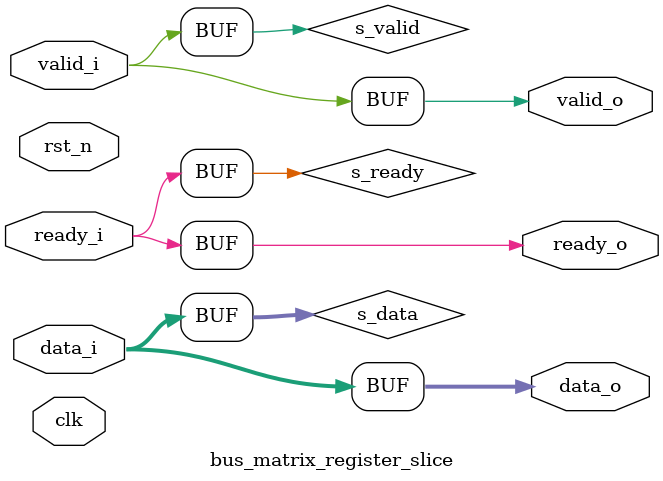
<source format=sv>
module bus_matrix_register_slice #(
    parameter int WIDTH = 32,
    parameter bit FORWARD_REGISTER = 0,  // Register valid/data path
    parameter bit BACKWARD_REGISTER = 0  // Register ready path (skid buffer)
)(
    input  logic             clk,
    input  logic             rst_n,
    
    // Upstream (Source)
    input  logic [WIDTH-1:0] data_i,
    input  logic             valid_i,
    output logic             ready_o,
    
    // Downstream (Sink)
    output logic [WIDTH-1:0] data_o,
    output logic             valid_o,
    input  logic             ready_i
);

    // Default Passthrough
    logic [WIDTH-1:0] s_data;
    logic             s_valid;
    logic             s_ready;
    
    // ---------------------------------------------------------
    // 1. Forward Register Logic (Break Timing on Valid/Data)
    // ---------------------------------------------------------
    // Logic: If sink not ready, hold data. If source valid, capture.
    
    generate
        if (FORWARD_REGISTER) begin : GEN_FWD
            logic [WIDTH-1:0] fwd_data_reg;
            logic             fwd_valid_reg;
            
            always_ff @(posedge clk or negedge rst_n) begin
                if (!rst_n) begin
                    fwd_valid_reg <= 1'b0;
                    fwd_data_reg  <= '0;
                end else begin
                    if (ready_o) begin
                        fwd_valid_reg <= valid_i;
                        fwd_data_reg  <= data_i;
                    end
                end
            end
            
            // Ready to accept if downstream is ready or we have space (bubble)
            // If valid_reg is 0, we are ready. If downstream ready, we are ready.
            // Wait, standard full handshake register:
            assign ready_o = (!fwd_valid_reg) || s_ready;
            
            assign s_valid = fwd_valid_reg;
            assign s_data  = fwd_data_reg;
        end else begin : GEN_NO_FWD
            assign s_valid = valid_i;
            assign s_data  = data_i;
            assign ready_o = s_ready;
        end
    endgenerate

    // ---------------------------------------------------------
    // 2. Backward Register Logic (Break Timing on Ready) - Skid Buffer
    // ---------------------------------------------------------
    // Logic: Insert buffer to allow 'ready_o' to be registered output.
    // If we use forward register only, ready_o is combinatorial from ready_i.
    // If backward register, we need a buffer to absorb data when valid_i=1 but ready_i=0
    
    generate 
        if (BACKWARD_REGISTER) begin : GEN_BWD
            // Simple Skid Buffer Implementation
            logic [WIDTH-1:0] buf_data;
            logic             buf_valid;
            
            always_ff @(posedge clk or negedge rst_n) begin
                if (!rst_n) begin
                    buf_valid <= 1'b0;
                    buf_data  <= '0;
                end else begin
                   if (s_valid && !ready_i && !buf_valid) begin
                       // Skid: Sink not ready, but Source gave data. Store it in buffer.
                       buf_valid <= 1'b1;
                       buf_data  <= s_data;
                   end else if (ready_i) begin
                       // Sink ready, drain buffer
                       buf_valid <= 1'b0; 
                   end
                end
            end
            
            assign s_ready = !buf_valid; // We can accept if buffer empty
            
            // Output Mux
            assign valid_o = buf_valid ? 1'b1 : s_valid;
            assign data_o  = buf_valid ? buf_data : s_data;
            
        end else begin : GEN_NO_BWD
            assign valid_o = s_valid;
            assign data_o  = s_data;
            assign s_ready = ready_i;
        end
    endgenerate

endmodule

</source>
